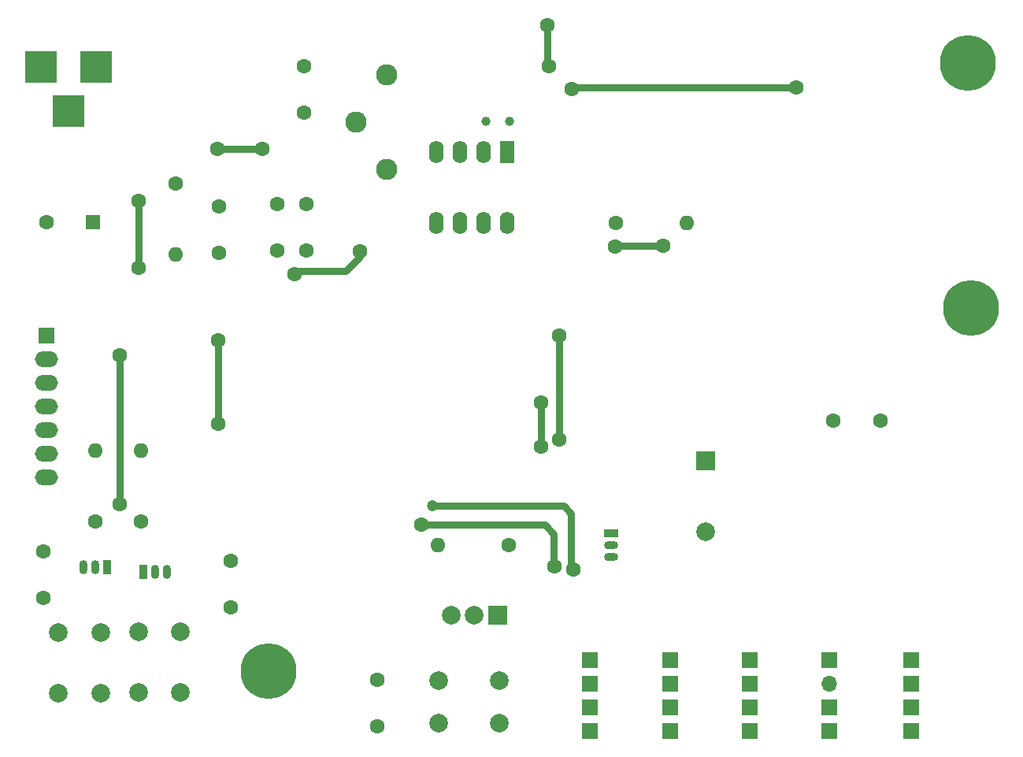
<source format=gbr>
G04 #@! TF.FileFunction,Copper,L1,Top,Signal*
%FSLAX46Y46*%
G04 Gerber Fmt 4.6, Leading zero omitted, Abs format (unit mm)*
G04 Created by KiCad (PCBNEW 4.0.7) date Sat Feb 17 21:33:09 2018*
%MOMM*%
%LPD*%
G01*
G04 APERTURE LIST*
%ADD10C,0.150000*%
%ADD11C,5.999480*%
%ADD12C,2.290000*%
%ADD13R,2.000000X2.000000*%
%ADD14C,2.000000*%
%ADD15C,1.600000*%
%ADD16R,1.600000X1.600000*%
%ADD17R,1.700000X1.700000*%
%ADD18O,2.500000X1.700000*%
%ADD19R,3.500000X3.500000*%
%ADD20O,1.700000X1.700000*%
%ADD21O,0.900000X1.500000*%
%ADD22R,0.900000X1.500000*%
%ADD23O,1.500000X0.900000*%
%ADD24R,1.500000X0.900000*%
%ADD25O,1.600000X1.600000*%
%ADD26R,1.600000X2.400000*%
%ADD27O,1.600000X2.400000*%
%ADD28C,1.000000*%
%ADD29C,1.200000*%
%ADD30C,0.800000*%
G04 APERTURE END LIST*
D10*
D11*
X143192500Y-65786000D03*
X142875000Y-39433500D03*
D12*
X80327500Y-50863500D03*
X80327500Y-40703500D03*
X77027500Y-45783500D03*
D13*
X114681000Y-82232500D03*
D14*
X114681000Y-89832500D03*
D15*
X43434000Y-91948000D03*
X43434000Y-96948000D03*
X63627000Y-92964000D03*
X63627000Y-97964000D03*
D16*
X48768000Y-56515000D03*
D15*
X43768000Y-56515000D03*
X71501000Y-39751000D03*
X71501000Y-44751000D03*
X128397000Y-77851000D03*
X133397000Y-77851000D03*
X79311500Y-110744000D03*
X79311500Y-105744000D03*
X62293500Y-59880500D03*
X62293500Y-54880500D03*
X68580000Y-59563000D03*
X68580000Y-54563000D03*
X71755000Y-59563000D03*
X71755000Y-54563000D03*
D17*
X43751500Y-68707000D03*
D18*
X43751500Y-71247000D03*
X43751500Y-73787000D03*
X43751500Y-76327000D03*
X43751500Y-78867000D03*
X43751500Y-81407000D03*
X43751500Y-83947000D03*
D19*
X49149000Y-39878000D03*
X43149000Y-39878000D03*
X46149000Y-44578000D03*
D13*
X92329000Y-98806000D03*
D14*
X89789000Y-98806000D03*
X87289000Y-98806000D03*
D17*
X136779000Y-103632000D03*
X136779000Y-106172000D03*
X136779000Y-108712000D03*
X136779000Y-111252000D03*
X127952500Y-103632000D03*
D20*
X127952500Y-106172000D03*
D17*
X127952500Y-108712000D03*
X127952500Y-111252000D03*
X119380000Y-103632000D03*
X119380000Y-106172000D03*
X119380000Y-108712000D03*
X119380000Y-111252000D03*
X102235000Y-103632000D03*
X102235000Y-106172000D03*
X102235000Y-108712000D03*
X102235000Y-111252000D03*
X110871000Y-103632000D03*
X110871000Y-106172000D03*
X110871000Y-108712000D03*
X110871000Y-111252000D03*
D21*
X49022000Y-93599000D03*
X47752000Y-93599000D03*
D22*
X50292000Y-93599000D03*
D21*
X55499000Y-94107000D03*
X56769000Y-94107000D03*
D22*
X54229000Y-94107000D03*
D23*
X104521000Y-91249500D03*
X104521000Y-92519500D03*
D24*
X104521000Y-89979500D03*
D15*
X49022000Y-88709500D03*
D25*
X49022000Y-81089500D03*
D15*
X53911500Y-88709500D03*
D25*
X53911500Y-81089500D03*
D15*
X57658000Y-52387500D03*
D25*
X57658000Y-60007500D03*
D15*
X105029000Y-56642000D03*
D25*
X112649000Y-56642000D03*
D15*
X93472000Y-91249500D03*
D25*
X85852000Y-91249500D03*
D14*
X49585000Y-107188000D03*
X45085000Y-107188000D03*
X49585000Y-100688000D03*
X45085000Y-100688000D03*
X53666000Y-100584000D03*
X58166000Y-100584000D03*
X53666000Y-107084000D03*
X58166000Y-107084000D03*
X92456000Y-105863000D03*
X92456000Y-110363000D03*
X85956000Y-105863000D03*
X85956000Y-110363000D03*
D26*
X93345000Y-49022000D03*
D27*
X85725000Y-56642000D03*
X90805000Y-49022000D03*
X88265000Y-56642000D03*
X88265000Y-49022000D03*
X90805000Y-56642000D03*
X85725000Y-49022000D03*
X93345000Y-56642000D03*
D28*
X93535500Y-45720000D03*
X90995500Y-45720000D03*
D11*
X67691000Y-104838500D03*
D15*
X124396500Y-42037000D03*
X100266500Y-42227500D03*
X62166500Y-48704500D03*
X66992500Y-48704500D03*
X97663000Y-35369500D03*
X97790000Y-39814500D03*
X53657500Y-54229000D03*
X53657500Y-61468000D03*
X51625500Y-86868000D03*
X51625500Y-70866000D03*
X70421500Y-62166500D03*
X77470000Y-59690000D03*
X62230000Y-69278500D03*
X62230000Y-78232000D03*
D29*
X85280500Y-87058500D03*
D15*
X100457000Y-93853000D03*
X98425000Y-93535500D03*
X84074000Y-89090500D03*
X96964500Y-80645000D03*
X96964500Y-75946000D03*
X110045500Y-59118500D03*
X104902000Y-59182000D03*
X98933000Y-68707000D03*
X98933000Y-79946500D03*
D30*
X100457000Y-42037000D02*
X124396500Y-42037000D01*
X100266500Y-42227500D02*
X100457000Y-42037000D01*
X66992500Y-48704500D02*
X62166500Y-48704500D01*
X97663000Y-39687500D02*
X97663000Y-35369500D01*
X97790000Y-39814500D02*
X97663000Y-39687500D01*
X53657500Y-61468000D02*
X53657500Y-54229000D01*
X51625500Y-86868000D02*
X51625500Y-70866000D01*
X70421500Y-62166500D02*
X70802500Y-61785500D01*
X70802500Y-61785500D02*
X75946000Y-61785500D01*
X75946000Y-61785500D02*
X77470000Y-60261500D01*
X77470000Y-60261500D02*
X77470000Y-59690000D01*
X62230000Y-69278500D02*
X62230000Y-78232000D01*
X99377500Y-87058500D02*
X85280500Y-87058500D01*
X100203000Y-87884000D02*
X99377500Y-87058500D01*
X100203000Y-93599000D02*
X100203000Y-87884000D01*
X100457000Y-93853000D02*
X100203000Y-93599000D01*
X98298000Y-93408500D02*
X98425000Y-93535500D01*
X98298000Y-90043000D02*
X98298000Y-93408500D01*
X97345500Y-89090500D02*
X98298000Y-90043000D01*
X84074000Y-89090500D02*
X97345500Y-89090500D01*
X96964500Y-75946000D02*
X96964500Y-80645000D01*
X104965500Y-59118500D02*
X110045500Y-59118500D01*
X104902000Y-59182000D02*
X104965500Y-59118500D01*
X98933000Y-79946500D02*
X98933000Y-68707000D01*
M02*

</source>
